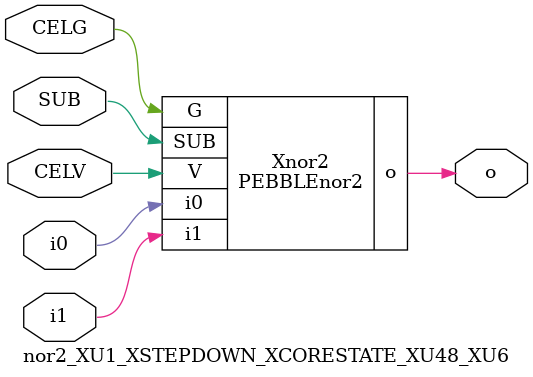
<source format=v>



module PEBBLEnor2 ( o, G, SUB, V, i0, i1 );

  input i0;
  input V;
  input i1;
  input G;
  output o;
  input SUB;
endmodule

//Celera Confidential Do Not Copy nor2_XU1_XSTEPDOWN_XCORESTATE_XU48_XU6
//Celera Confidential Symbol Generator
//nor2
module nor2_XU1_XSTEPDOWN_XCORESTATE_XU48_XU6 (CELV,CELG,i0,i1,o,SUB);
input CELV;
input CELG;
input i0;
input i1;
input SUB;
output o;

//Celera Confidential Do Not Copy nor2
PEBBLEnor2 Xnor2(
.V (CELV),
.i0 (i0),
.i1 (i1),
.o (o),
.SUB (SUB),
.G (CELG)
);
//,diesize,PEBBLEnor2

//Celera Confidential Do Not Copy Module End
//Celera Schematic Generator
endmodule

</source>
